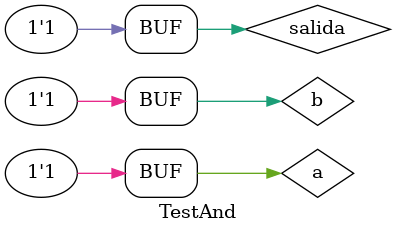
<source format=v>
module TestAnd;
	reg a,b; // Entradas
	wire salida; // El cable de salida donde se volcara el resultado
	and a1(salida, a, b); // La puerta and donde especificamos la entrada y la salida

	initial
	begin
		/*
		* Usamos monitor() ya que es similar al display
		* Lo que va a hacer es que cada vez que varie el valor de
		* a o b va a imprimir los datos por pantalla
		*/
		$monitor($time, " a=%1b, b=%1b, a.b=%1b", a, b, salida);

		/*
		* A la hora de asignarlos tendremos que indicar la almohadilla
		* para indicar los instantes de tiempo que quiero esperar. En
		* este caso esperaremos 5 instantes de tiempo.
		*/
	       a = 0; b = 0;
	       #5 a = 0; b = 1;
	       #5 a = 1; b = 0;
	       #5 a = 1; b = 1;
	end
endmodule

</source>
